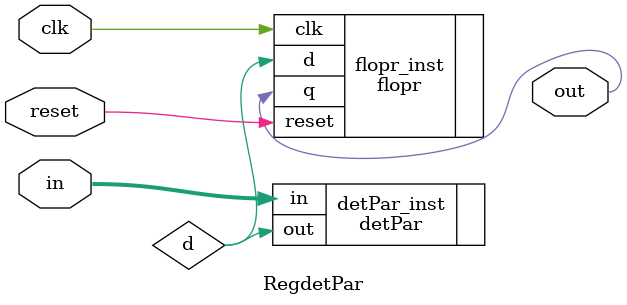
<source format=sv>
module RegdetPar #(parameter int unsigned N = 4)
                  (input logic clk, reset,
                   input logic [N-1:0] in,
                   output logic out);

    logic d;
    detPar #(N) detPar_inst (.in(in), .out(d));
    flopr #(N) flopr_inst (.clk(clk), .reset(reset), .d(d), .q(out));

endmodule

</source>
